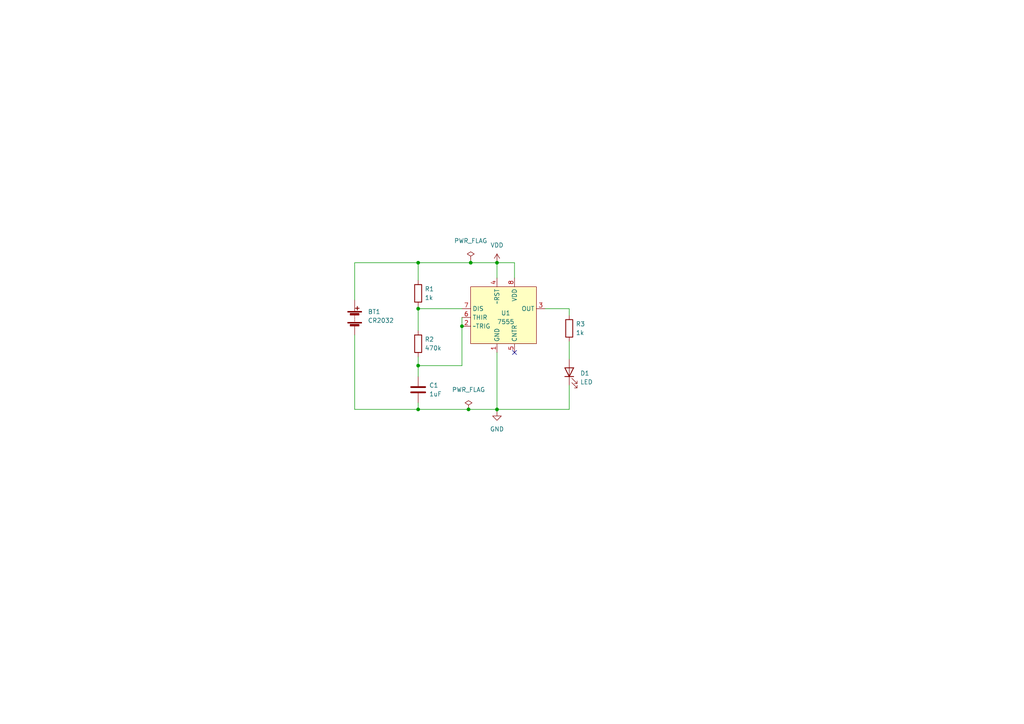
<source format=kicad_sch>
(kicad_sch (version 20211123) (generator eeschema)

  (uuid 39630857-ac61-450d-9032-594385091485)

  (paper "A4")

  (title_block
    (title "Proj 6: SMD 555 Timer")
    (date "2022-10-05")
    (rev "V1")
    (company "TU ECE 4110 ")
    (comment 1 "Rob L Bara")
  )

  (lib_symbols
    (symbol "555TimerSMD:7555" (in_bom yes) (on_board yes)
      (property "Reference" "U" (id 0) (at 0 0 0)
        (effects (font (size 1.27 1.27)))
      )
      (property "Value" "7555" (id 1) (at 0 2.54 0)
        (effects (font (size 1.27 1.27)))
      )
      (property "Footprint" "" (id 2) (at 0 0 0)
        (effects (font (size 1.27 1.27)) hide)
      )
      (property "Datasheet" "" (id 3) (at 0 0 0)
        (effects (font (size 1.27 1.27)) hide)
      )
      (symbol "7555_0_1"
        (rectangle (start -8.89 10.16) (end 10.16 -6.35)
          (stroke (width 0) (type default) (color 0 0 0 0))
          (fill (type background))
        )
      )
      (symbol "7555_1_1"
        (pin power_in line (at -1.27 -8.89 90) (length 2.54)
          (name "GND" (effects (font (size 1.27 1.27))))
          (number "1" (effects (font (size 1.27 1.27))))
        )
        (pin input line (at -11.43 -1.27 0) (length 2.54)
          (name "~TRIG" (effects (font (size 1.27 1.27))))
          (number "2" (effects (font (size 1.27 1.27))))
        )
        (pin output line (at 12.7 3.81 180) (length 2.54)
          (name "OUT" (effects (font (size 1.27 1.27))))
          (number "3" (effects (font (size 1.27 1.27))))
        )
        (pin input line (at -1.27 12.7 270) (length 2.54)
          (name "~RST" (effects (font (size 1.27 1.27))))
          (number "4" (effects (font (size 1.27 1.27))))
        )
        (pin input line (at 3.81 -8.89 90) (length 2.54)
          (name "CNTR" (effects (font (size 1.27 1.27))))
          (number "5" (effects (font (size 1.27 1.27))))
        )
        (pin input line (at -11.43 1.27 0) (length 2.54)
          (name "THIR" (effects (font (size 1.27 1.27))))
          (number "6" (effects (font (size 1.27 1.27))))
        )
        (pin input line (at -11.43 3.81 0) (length 2.54)
          (name "DIS" (effects (font (size 1.27 1.27))))
          (number "7" (effects (font (size 1.27 1.27))))
        )
        (pin power_in line (at 3.81 12.7 270) (length 2.54)
          (name "VDD" (effects (font (size 1.27 1.27))))
          (number "8" (effects (font (size 1.27 1.27))))
        )
      )
    )
    (symbol "Device:Battery" (pin_numbers hide) (pin_names (offset 0) hide) (in_bom yes) (on_board yes)
      (property "Reference" "BT" (id 0) (at 2.54 2.54 0)
        (effects (font (size 1.27 1.27)) (justify left))
      )
      (property "Value" "Battery" (id 1) (at 2.54 0 0)
        (effects (font (size 1.27 1.27)) (justify left))
      )
      (property "Footprint" "" (id 2) (at 0 1.524 90)
        (effects (font (size 1.27 1.27)) hide)
      )
      (property "Datasheet" "~" (id 3) (at 0 1.524 90)
        (effects (font (size 1.27 1.27)) hide)
      )
      (property "ki_keywords" "batt voltage-source cell" (id 4) (at 0 0 0)
        (effects (font (size 1.27 1.27)) hide)
      )
      (property "ki_description" "Multiple-cell battery" (id 5) (at 0 0 0)
        (effects (font (size 1.27 1.27)) hide)
      )
      (symbol "Battery_0_1"
        (rectangle (start -2.032 -1.397) (end 2.032 -1.651)
          (stroke (width 0) (type default) (color 0 0 0 0))
          (fill (type outline))
        )
        (rectangle (start -2.032 1.778) (end 2.032 1.524)
          (stroke (width 0) (type default) (color 0 0 0 0))
          (fill (type outline))
        )
        (rectangle (start -1.3208 -1.9812) (end 1.27 -2.4892)
          (stroke (width 0) (type default) (color 0 0 0 0))
          (fill (type outline))
        )
        (rectangle (start -1.3208 1.1938) (end 1.27 0.6858)
          (stroke (width 0) (type default) (color 0 0 0 0))
          (fill (type outline))
        )
        (polyline
          (pts
            (xy 0 -1.524)
            (xy 0 -1.27)
          )
          (stroke (width 0) (type default) (color 0 0 0 0))
          (fill (type none))
        )
        (polyline
          (pts
            (xy 0 -1.016)
            (xy 0 -0.762)
          )
          (stroke (width 0) (type default) (color 0 0 0 0))
          (fill (type none))
        )
        (polyline
          (pts
            (xy 0 -0.508)
            (xy 0 -0.254)
          )
          (stroke (width 0) (type default) (color 0 0 0 0))
          (fill (type none))
        )
        (polyline
          (pts
            (xy 0 0)
            (xy 0 0.254)
          )
          (stroke (width 0) (type default) (color 0 0 0 0))
          (fill (type none))
        )
        (polyline
          (pts
            (xy 0 0.508)
            (xy 0 0.762)
          )
          (stroke (width 0) (type default) (color 0 0 0 0))
          (fill (type none))
        )
        (polyline
          (pts
            (xy 0 1.778)
            (xy 0 2.54)
          )
          (stroke (width 0) (type default) (color 0 0 0 0))
          (fill (type none))
        )
        (polyline
          (pts
            (xy 0.254 2.667)
            (xy 1.27 2.667)
          )
          (stroke (width 0.254) (type default) (color 0 0 0 0))
          (fill (type none))
        )
        (polyline
          (pts
            (xy 0.762 3.175)
            (xy 0.762 2.159)
          )
          (stroke (width 0.254) (type default) (color 0 0 0 0))
          (fill (type none))
        )
      )
      (symbol "Battery_1_1"
        (pin passive line (at 0 5.08 270) (length 2.54)
          (name "+" (effects (font (size 1.27 1.27))))
          (number "1" (effects (font (size 1.27 1.27))))
        )
        (pin passive line (at 0 -5.08 90) (length 2.54)
          (name "-" (effects (font (size 1.27 1.27))))
          (number "2" (effects (font (size 1.27 1.27))))
        )
      )
    )
    (symbol "Device:C" (pin_numbers hide) (pin_names (offset 0.254)) (in_bom yes) (on_board yes)
      (property "Reference" "C" (id 0) (at 0.635 2.54 0)
        (effects (font (size 1.27 1.27)) (justify left))
      )
      (property "Value" "C" (id 1) (at 0.635 -2.54 0)
        (effects (font (size 1.27 1.27)) (justify left))
      )
      (property "Footprint" "" (id 2) (at 0.9652 -3.81 0)
        (effects (font (size 1.27 1.27)) hide)
      )
      (property "Datasheet" "~" (id 3) (at 0 0 0)
        (effects (font (size 1.27 1.27)) hide)
      )
      (property "ki_keywords" "cap capacitor" (id 4) (at 0 0 0)
        (effects (font (size 1.27 1.27)) hide)
      )
      (property "ki_description" "Unpolarized capacitor" (id 5) (at 0 0 0)
        (effects (font (size 1.27 1.27)) hide)
      )
      (property "ki_fp_filters" "C_*" (id 6) (at 0 0 0)
        (effects (font (size 1.27 1.27)) hide)
      )
      (symbol "C_0_1"
        (polyline
          (pts
            (xy -2.032 -0.762)
            (xy 2.032 -0.762)
          )
          (stroke (width 0.508) (type default) (color 0 0 0 0))
          (fill (type none))
        )
        (polyline
          (pts
            (xy -2.032 0.762)
            (xy 2.032 0.762)
          )
          (stroke (width 0.508) (type default) (color 0 0 0 0))
          (fill (type none))
        )
      )
      (symbol "C_1_1"
        (pin passive line (at 0 3.81 270) (length 2.794)
          (name "~" (effects (font (size 1.27 1.27))))
          (number "1" (effects (font (size 1.27 1.27))))
        )
        (pin passive line (at 0 -3.81 90) (length 2.794)
          (name "~" (effects (font (size 1.27 1.27))))
          (number "2" (effects (font (size 1.27 1.27))))
        )
      )
    )
    (symbol "Device:LED" (pin_numbers hide) (pin_names (offset 1.016) hide) (in_bom yes) (on_board yes)
      (property "Reference" "D" (id 0) (at 0 2.54 0)
        (effects (font (size 1.27 1.27)))
      )
      (property "Value" "LED" (id 1) (at 0 -2.54 0)
        (effects (font (size 1.27 1.27)))
      )
      (property "Footprint" "" (id 2) (at 0 0 0)
        (effects (font (size 1.27 1.27)) hide)
      )
      (property "Datasheet" "~" (id 3) (at 0 0 0)
        (effects (font (size 1.27 1.27)) hide)
      )
      (property "ki_keywords" "LED diode" (id 4) (at 0 0 0)
        (effects (font (size 1.27 1.27)) hide)
      )
      (property "ki_description" "Light emitting diode" (id 5) (at 0 0 0)
        (effects (font (size 1.27 1.27)) hide)
      )
      (property "ki_fp_filters" "LED* LED_SMD:* LED_THT:*" (id 6) (at 0 0 0)
        (effects (font (size 1.27 1.27)) hide)
      )
      (symbol "LED_0_1"
        (polyline
          (pts
            (xy -1.27 -1.27)
            (xy -1.27 1.27)
          )
          (stroke (width 0.254) (type default) (color 0 0 0 0))
          (fill (type none))
        )
        (polyline
          (pts
            (xy -1.27 0)
            (xy 1.27 0)
          )
          (stroke (width 0) (type default) (color 0 0 0 0))
          (fill (type none))
        )
        (polyline
          (pts
            (xy 1.27 -1.27)
            (xy 1.27 1.27)
            (xy -1.27 0)
            (xy 1.27 -1.27)
          )
          (stroke (width 0.254) (type default) (color 0 0 0 0))
          (fill (type none))
        )
        (polyline
          (pts
            (xy -3.048 -0.762)
            (xy -4.572 -2.286)
            (xy -3.81 -2.286)
            (xy -4.572 -2.286)
            (xy -4.572 -1.524)
          )
          (stroke (width 0) (type default) (color 0 0 0 0))
          (fill (type none))
        )
        (polyline
          (pts
            (xy -1.778 -0.762)
            (xy -3.302 -2.286)
            (xy -2.54 -2.286)
            (xy -3.302 -2.286)
            (xy -3.302 -1.524)
          )
          (stroke (width 0) (type default) (color 0 0 0 0))
          (fill (type none))
        )
      )
      (symbol "LED_1_1"
        (pin passive line (at -3.81 0 0) (length 2.54)
          (name "K" (effects (font (size 1.27 1.27))))
          (number "1" (effects (font (size 1.27 1.27))))
        )
        (pin passive line (at 3.81 0 180) (length 2.54)
          (name "A" (effects (font (size 1.27 1.27))))
          (number "2" (effects (font (size 1.27 1.27))))
        )
      )
    )
    (symbol "Device:R" (pin_numbers hide) (pin_names (offset 0)) (in_bom yes) (on_board yes)
      (property "Reference" "R" (id 0) (at 2.032 0 90)
        (effects (font (size 1.27 1.27)))
      )
      (property "Value" "R" (id 1) (at 0 0 90)
        (effects (font (size 1.27 1.27)))
      )
      (property "Footprint" "" (id 2) (at -1.778 0 90)
        (effects (font (size 1.27 1.27)) hide)
      )
      (property "Datasheet" "~" (id 3) (at 0 0 0)
        (effects (font (size 1.27 1.27)) hide)
      )
      (property "ki_keywords" "R res resistor" (id 4) (at 0 0 0)
        (effects (font (size 1.27 1.27)) hide)
      )
      (property "ki_description" "Resistor" (id 5) (at 0 0 0)
        (effects (font (size 1.27 1.27)) hide)
      )
      (property "ki_fp_filters" "R_*" (id 6) (at 0 0 0)
        (effects (font (size 1.27 1.27)) hide)
      )
      (symbol "R_0_1"
        (rectangle (start -1.016 -2.54) (end 1.016 2.54)
          (stroke (width 0.254) (type default) (color 0 0 0 0))
          (fill (type none))
        )
      )
      (symbol "R_1_1"
        (pin passive line (at 0 3.81 270) (length 1.27)
          (name "~" (effects (font (size 1.27 1.27))))
          (number "1" (effects (font (size 1.27 1.27))))
        )
        (pin passive line (at 0 -3.81 90) (length 1.27)
          (name "~" (effects (font (size 1.27 1.27))))
          (number "2" (effects (font (size 1.27 1.27))))
        )
      )
    )
    (symbol "power:GND" (power) (pin_names (offset 0)) (in_bom yes) (on_board yes)
      (property "Reference" "#PWR" (id 0) (at 0 -6.35 0)
        (effects (font (size 1.27 1.27)) hide)
      )
      (property "Value" "GND" (id 1) (at 0 -3.81 0)
        (effects (font (size 1.27 1.27)))
      )
      (property "Footprint" "" (id 2) (at 0 0 0)
        (effects (font (size 1.27 1.27)) hide)
      )
      (property "Datasheet" "" (id 3) (at 0 0 0)
        (effects (font (size 1.27 1.27)) hide)
      )
      (property "ki_keywords" "power-flag" (id 4) (at 0 0 0)
        (effects (font (size 1.27 1.27)) hide)
      )
      (property "ki_description" "Power symbol creates a global label with name \"GND\" , ground" (id 5) (at 0 0 0)
        (effects (font (size 1.27 1.27)) hide)
      )
      (symbol "GND_0_1"
        (polyline
          (pts
            (xy 0 0)
            (xy 0 -1.27)
            (xy 1.27 -1.27)
            (xy 0 -2.54)
            (xy -1.27 -1.27)
            (xy 0 -1.27)
          )
          (stroke (width 0) (type default) (color 0 0 0 0))
          (fill (type none))
        )
      )
      (symbol "GND_1_1"
        (pin power_in line (at 0 0 270) (length 0) hide
          (name "GND" (effects (font (size 1.27 1.27))))
          (number "1" (effects (font (size 1.27 1.27))))
        )
      )
    )
    (symbol "power:PWR_FLAG" (power) (pin_numbers hide) (pin_names (offset 0) hide) (in_bom yes) (on_board yes)
      (property "Reference" "#FLG" (id 0) (at 0 1.905 0)
        (effects (font (size 1.27 1.27)) hide)
      )
      (property "Value" "PWR_FLAG" (id 1) (at 0 3.81 0)
        (effects (font (size 1.27 1.27)))
      )
      (property "Footprint" "" (id 2) (at 0 0 0)
        (effects (font (size 1.27 1.27)) hide)
      )
      (property "Datasheet" "~" (id 3) (at 0 0 0)
        (effects (font (size 1.27 1.27)) hide)
      )
      (property "ki_keywords" "power-flag" (id 4) (at 0 0 0)
        (effects (font (size 1.27 1.27)) hide)
      )
      (property "ki_description" "Special symbol for telling ERC where power comes from" (id 5) (at 0 0 0)
        (effects (font (size 1.27 1.27)) hide)
      )
      (symbol "PWR_FLAG_0_0"
        (pin power_out line (at 0 0 90) (length 0)
          (name "pwr" (effects (font (size 1.27 1.27))))
          (number "1" (effects (font (size 1.27 1.27))))
        )
      )
      (symbol "PWR_FLAG_0_1"
        (polyline
          (pts
            (xy 0 0)
            (xy 0 1.27)
            (xy -1.016 1.905)
            (xy 0 2.54)
            (xy 1.016 1.905)
            (xy 0 1.27)
          )
          (stroke (width 0) (type default) (color 0 0 0 0))
          (fill (type none))
        )
      )
    )
    (symbol "power:VDD" (power) (pin_names (offset 0)) (in_bom yes) (on_board yes)
      (property "Reference" "#PWR" (id 0) (at 0 -3.81 0)
        (effects (font (size 1.27 1.27)) hide)
      )
      (property "Value" "VDD" (id 1) (at 0 3.81 0)
        (effects (font (size 1.27 1.27)))
      )
      (property "Footprint" "" (id 2) (at 0 0 0)
        (effects (font (size 1.27 1.27)) hide)
      )
      (property "Datasheet" "" (id 3) (at 0 0 0)
        (effects (font (size 1.27 1.27)) hide)
      )
      (property "ki_keywords" "power-flag" (id 4) (at 0 0 0)
        (effects (font (size 1.27 1.27)) hide)
      )
      (property "ki_description" "Power symbol creates a global label with name \"VDD\"" (id 5) (at 0 0 0)
        (effects (font (size 1.27 1.27)) hide)
      )
      (symbol "VDD_0_1"
        (polyline
          (pts
            (xy -0.762 1.27)
            (xy 0 2.54)
          )
          (stroke (width 0) (type default) (color 0 0 0 0))
          (fill (type none))
        )
        (polyline
          (pts
            (xy 0 0)
            (xy 0 2.54)
          )
          (stroke (width 0) (type default) (color 0 0 0 0))
          (fill (type none))
        )
        (polyline
          (pts
            (xy 0 2.54)
            (xy 0.762 1.27)
          )
          (stroke (width 0) (type default) (color 0 0 0 0))
          (fill (type none))
        )
      )
      (symbol "VDD_1_1"
        (pin power_in line (at 0 0 90) (length 0) hide
          (name "VDD" (effects (font (size 1.27 1.27))))
          (number "1" (effects (font (size 1.27 1.27))))
        )
      )
    )
  )

  (junction (at 121.285 89.535) (diameter 0) (color 0 0 0 0)
    (uuid 02d97982-d9da-4451-901f-23a9d5297b2b)
  )
  (junction (at 121.285 76.2) (diameter 0) (color 0 0 0 0)
    (uuid 23881977-a8a7-474a-9b7e-5f0b6f261013)
  )
  (junction (at 133.985 94.615) (diameter 0) (color 0 0 0 0)
    (uuid 2e591258-528e-4f0f-9f13-710bb30632ed)
  )
  (junction (at 144.145 118.745) (diameter 0) (color 0 0 0 0)
    (uuid 37ab9150-834b-4231-9f47-bb37ff1b3cd6)
  )
  (junction (at 121.285 118.745) (diameter 0) (color 0 0 0 0)
    (uuid 4910d3a6-254b-4147-a13a-e8731c41100c)
  )
  (junction (at 135.89 118.745) (diameter 0) (color 0 0 0 0)
    (uuid 6c5f37b6-9c00-4d8e-89e3-5dfdcb1e0301)
  )
  (junction (at 136.525 76.2) (diameter 0) (color 0 0 0 0)
    (uuid b23cfb7b-bb3c-4167-b314-00c335b4f17f)
  )
  (junction (at 121.285 106.045) (diameter 0) (color 0 0 0 0)
    (uuid c224a4c0-b1cf-40b2-a2e3-446993c1b12d)
  )
  (junction (at 144.145 76.2) (diameter 0) (color 0 0 0 0)
    (uuid f71c1ea1-fced-4336-a114-194f0a87db77)
  )

  (no_connect (at 149.225 102.235) (uuid 88b2678f-c5e4-44fd-8293-2edb6c011541))

  (wire (pts (xy 165.1 91.44) (xy 165.1 89.535))
    (stroke (width 0) (type default) (color 0 0 0 0))
    (uuid 0e06d2ab-1fde-4302-8f4f-b9bb845c66e5)
  )
  (wire (pts (xy 144.145 118.745) (xy 165.1 118.745))
    (stroke (width 0) (type default) (color 0 0 0 0))
    (uuid 1229451c-9aca-4cd3-9274-4526ee52fc08)
  )
  (wire (pts (xy 165.1 99.06) (xy 165.1 104.14))
    (stroke (width 0) (type default) (color 0 0 0 0))
    (uuid 1a2661d8-ad59-4c1e-9616-53ebf488d969)
  )
  (wire (pts (xy 102.87 118.745) (xy 102.87 97.155))
    (stroke (width 0) (type default) (color 0 0 0 0))
    (uuid 1ad4cde8-e5e9-49da-9d38-fca8d641a3f9)
  )
  (wire (pts (xy 121.285 89.535) (xy 121.285 95.885))
    (stroke (width 0) (type default) (color 0 0 0 0))
    (uuid 1b4ac883-a67e-49af-88b8-ee448bbf03bb)
  )
  (wire (pts (xy 121.285 76.2) (xy 136.525 76.2))
    (stroke (width 0) (type default) (color 0 0 0 0))
    (uuid 2756dcab-aeda-439f-afe4-00312ffd2b65)
  )
  (wire (pts (xy 121.285 116.84) (xy 121.285 118.745))
    (stroke (width 0) (type default) (color 0 0 0 0))
    (uuid 396e5cbf-dad5-41f4-ad80-28c774ea418f)
  )
  (wire (pts (xy 136.525 76.2) (xy 144.145 76.2))
    (stroke (width 0) (type default) (color 0 0 0 0))
    (uuid 3d6b4214-f0cd-45a6-a296-e6f30b4bea23)
  )
  (wire (pts (xy 121.285 118.745) (xy 102.87 118.745))
    (stroke (width 0) (type default) (color 0 0 0 0))
    (uuid 477c7b43-9a4c-4d58-8b96-3158628d7ca2)
  )
  (wire (pts (xy 121.285 76.2) (xy 121.285 81.28))
    (stroke (width 0) (type default) (color 0 0 0 0))
    (uuid 4c4acdb5-e62c-406e-b345-084124565d66)
  )
  (wire (pts (xy 102.87 76.2) (xy 121.285 76.2))
    (stroke (width 0) (type default) (color 0 0 0 0))
    (uuid 54a5bb0a-cf96-4f57-ae85-6992e12bddfd)
  )
  (wire (pts (xy 121.285 118.745) (xy 135.89 118.745))
    (stroke (width 0) (type default) (color 0 0 0 0))
    (uuid 5b8460fb-821f-41d0-a058-998c94f5b2b0)
  )
  (wire (pts (xy 144.145 76.2) (xy 149.225 76.2))
    (stroke (width 0) (type default) (color 0 0 0 0))
    (uuid 5be133c7-cba6-4743-a67d-eb2d8ba917bf)
  )
  (wire (pts (xy 133.985 94.615) (xy 133.985 106.045))
    (stroke (width 0) (type default) (color 0 0 0 0))
    (uuid 63f6e491-610b-4bb0-b5cf-9009002021f4)
  )
  (wire (pts (xy 158.115 89.535) (xy 165.1 89.535))
    (stroke (width 0) (type default) (color 0 0 0 0))
    (uuid 65e2656a-523a-47cd-80c6-3b414ca93e0b)
  )
  (wire (pts (xy 121.285 103.505) (xy 121.285 106.045))
    (stroke (width 0) (type default) (color 0 0 0 0))
    (uuid 69501d79-89d2-4531-aee8-b205d53535c4)
  )
  (wire (pts (xy 165.1 118.745) (xy 165.1 111.76))
    (stroke (width 0) (type default) (color 0 0 0 0))
    (uuid 6e92d83c-f87c-46a7-ab63-a904f25a0490)
  )
  (wire (pts (xy 144.145 76.2) (xy 144.145 80.645))
    (stroke (width 0) (type default) (color 0 0 0 0))
    (uuid 7dee78cd-7bc2-4233-ad08-b5feac9d564f)
  )
  (wire (pts (xy 121.285 106.045) (xy 121.285 109.22))
    (stroke (width 0) (type default) (color 0 0 0 0))
    (uuid 7f0bd6eb-22f4-4c95-b6ac-2d352e2fb3b6)
  )
  (wire (pts (xy 135.89 118.745) (xy 144.145 118.745))
    (stroke (width 0) (type default) (color 0 0 0 0))
    (uuid 9a2ddbd8-73f6-4a82-a975-f5f7cf2c923b)
  )
  (wire (pts (xy 133.985 106.045) (xy 121.285 106.045))
    (stroke (width 0) (type default) (color 0 0 0 0))
    (uuid 9d5aef22-b094-4b9a-b852-d58b67799582)
  )
  (wire (pts (xy 121.285 89.535) (xy 121.285 88.9))
    (stroke (width 0) (type default) (color 0 0 0 0))
    (uuid a5f502b4-fcfd-4c12-bc33-7e7a4426b6b6)
  )
  (wire (pts (xy 133.985 92.075) (xy 133.985 94.615))
    (stroke (width 0) (type default) (color 0 0 0 0))
    (uuid b7ddc958-1962-49e4-85b3-0fcac619c504)
  )
  (wire (pts (xy 144.145 102.235) (xy 144.145 118.745))
    (stroke (width 0) (type default) (color 0 0 0 0))
    (uuid cb660b65-3231-4322-85de-7757ebc5cfe9)
  )
  (wire (pts (xy 144.145 118.745) (xy 144.145 119.38))
    (stroke (width 0) (type default) (color 0 0 0 0))
    (uuid cd1044d9-812c-4aa0-93d8-d0bf9841801c)
  )
  (wire (pts (xy 136.525 75.565) (xy 136.525 76.2))
    (stroke (width 0) (type default) (color 0 0 0 0))
    (uuid d7e8d2c3-c561-480a-a1d1-75a37d2ffd6c)
  )
  (wire (pts (xy 133.985 89.535) (xy 121.285 89.535))
    (stroke (width 0) (type default) (color 0 0 0 0))
    (uuid de909634-48b2-4fdd-b8ae-12144915661a)
  )
  (wire (pts (xy 102.87 86.995) (xy 102.87 76.2))
    (stroke (width 0) (type default) (color 0 0 0 0))
    (uuid dfe26406-0c69-4ade-89fa-e7c65dd2d9be)
  )
  (wire (pts (xy 149.225 76.2) (xy 149.225 80.645))
    (stroke (width 0) (type default) (color 0 0 0 0))
    (uuid fb1d7a9c-804c-4db8-84ac-332833616b65)
  )

  (symbol (lib_id "power:PWR_FLAG") (at 135.89 118.745 0) (unit 1)
    (in_bom yes) (on_board yes) (fields_autoplaced)
    (uuid 0d9e4e1a-6510-4863-9d75-6e3e74c928d8)
    (property "Reference" "#FLG0102" (id 0) (at 135.89 116.84 0)
      (effects (font (size 1.27 1.27)) hide)
    )
    (property "Value" "PWR_FLAG" (id 1) (at 135.89 113.03 0))
    (property "Footprint" "" (id 2) (at 135.89 118.745 0)
      (effects (font (size 1.27 1.27)) hide)
    )
    (property "Datasheet" "~" (id 3) (at 135.89 118.745 0)
      (effects (font (size 1.27 1.27)) hide)
    )
    (pin "1" (uuid 411686a8-3ec9-4857-8c78-19df28b83dbf))
  )

  (symbol (lib_id "Device:LED") (at 165.1 107.95 90) (unit 1)
    (in_bom yes) (on_board yes) (fields_autoplaced)
    (uuid 0eb0d7b2-3e6c-4562-83ef-3ecb54484ae2)
    (property "Reference" "D1" (id 0) (at 168.275 108.2674 90)
      (effects (font (size 1.27 1.27)) (justify right))
    )
    (property "Value" "LED" (id 1) (at 168.275 110.8074 90)
      (effects (font (size 1.27 1.27)) (justify right))
    )
    (property "Footprint" "LED_SMD:LED_0805_2012Metric_Pad1.15x1.40mm_HandSolder" (id 2) (at 165.1 107.95 0)
      (effects (font (size 1.27 1.27)) hide)
    )
    (property "Datasheet" "~" (id 3) (at 165.1 107.95 0)
      (effects (font (size 1.27 1.27)) hide)
    )
    (pin "1" (uuid 2f8a3761-eb55-4cbf-83da-f422f171eb42))
    (pin "2" (uuid 006854b2-7848-4230-af64-9948c111077a))
  )

  (symbol (lib_id "Device:Battery") (at 102.87 92.075 0) (unit 1)
    (in_bom yes) (on_board yes) (fields_autoplaced)
    (uuid 0f20ad81-c425-4633-b070-f0ce26f992b5)
    (property "Reference" "BT1" (id 0) (at 106.68 90.4239 0)
      (effects (font (size 1.27 1.27)) (justify left))
    )
    (property "Value" "CR2032" (id 1) (at 106.68 92.9639 0)
      (effects (font (size 1.27 1.27)) (justify left))
    )
    (property "Footprint" "Battery:BatteryHolder_MPD_BC2003_1x2032" (id 2) (at 102.87 90.551 90)
      (effects (font (size 1.27 1.27)) hide)
    )
    (property "Datasheet" "~" (id 3) (at 102.87 90.551 90)
      (effects (font (size 1.27 1.27)) hide)
    )
    (pin "1" (uuid 779238d9-6f0b-4dfa-a8a3-a0f87bdb6773))
    (pin "2" (uuid fda4e7c1-3a95-446d-817b-f576078aaf0c))
  )

  (symbol (lib_id "Device:C") (at 121.285 113.03 0) (unit 1)
    (in_bom yes) (on_board yes) (fields_autoplaced)
    (uuid 17e15374-a64b-4625-9945-fa8ead2e53a0)
    (property "Reference" "C1" (id 0) (at 124.46 111.7599 0)
      (effects (font (size 1.27 1.27)) (justify left))
    )
    (property "Value" "1uF" (id 1) (at 124.46 114.2999 0)
      (effects (font (size 1.27 1.27)) (justify left))
    )
    (property "Footprint" "Capacitor_SMD:C_0805_2012Metric_Pad1.18x1.45mm_HandSolder" (id 2) (at 122.2502 116.84 0)
      (effects (font (size 1.27 1.27)) hide)
    )
    (property "Datasheet" "~" (id 3) (at 121.285 113.03 0)
      (effects (font (size 1.27 1.27)) hide)
    )
    (pin "1" (uuid 6378c367-2e2c-45a7-9be3-ab2d8d9e1f93))
    (pin "2" (uuid e03b9adb-4970-42af-a8e6-ea77c536c1f2))
  )

  (symbol (lib_id "Device:R") (at 121.285 85.09 0) (unit 1)
    (in_bom yes) (on_board yes) (fields_autoplaced)
    (uuid 2e64583b-cf6f-4608-9f50-94b6dbba7b8e)
    (property "Reference" "R1" (id 0) (at 123.19 83.8199 0)
      (effects (font (size 1.27 1.27)) (justify left))
    )
    (property "Value" "1k" (id 1) (at 123.19 86.3599 0)
      (effects (font (size 1.27 1.27)) (justify left))
    )
    (property "Footprint" "Resistor_SMD:R_0805_2012Metric_Pad1.20x1.40mm_HandSolder" (id 2) (at 119.507 85.09 90)
      (effects (font (size 1.27 1.27)) hide)
    )
    (property "Datasheet" "~" (id 3) (at 121.285 85.09 0)
      (effects (font (size 1.27 1.27)) hide)
    )
    (pin "1" (uuid e7c3de8c-5a6c-488e-9c9c-20081821e72b))
    (pin "2" (uuid 40a34036-2359-40af-86f0-57e019086589))
  )

  (symbol (lib_id "Device:R") (at 121.285 99.695 0) (unit 1)
    (in_bom yes) (on_board yes) (fields_autoplaced)
    (uuid 5a45a567-9053-45cd-83e4-fcdabe9ce28c)
    (property "Reference" "R2" (id 0) (at 123.19 98.4249 0)
      (effects (font (size 1.27 1.27)) (justify left))
    )
    (property "Value" "470k" (id 1) (at 123.19 100.9649 0)
      (effects (font (size 1.27 1.27)) (justify left))
    )
    (property "Footprint" "Resistor_SMD:R_0805_2012Metric_Pad1.20x1.40mm_HandSolder" (id 2) (at 119.507 99.695 90)
      (effects (font (size 1.27 1.27)) hide)
    )
    (property "Datasheet" "~" (id 3) (at 121.285 99.695 0)
      (effects (font (size 1.27 1.27)) hide)
    )
    (pin "1" (uuid bed0a2f9-add2-4423-afb7-287b71897b59))
    (pin "2" (uuid 57155d54-e666-4ac1-95b8-3e62455df374))
  )

  (symbol (lib_id "power:GND") (at 144.145 119.38 0) (unit 1)
    (in_bom yes) (on_board yes) (fields_autoplaced)
    (uuid 84b7dfb9-a866-4fab-9d98-5d20a83765e5)
    (property "Reference" "#PWR0102" (id 0) (at 144.145 125.73 0)
      (effects (font (size 1.27 1.27)) hide)
    )
    (property "Value" "GND" (id 1) (at 144.145 124.46 0))
    (property "Footprint" "" (id 2) (at 144.145 119.38 0)
      (effects (font (size 1.27 1.27)) hide)
    )
    (property "Datasheet" "" (id 3) (at 144.145 119.38 0)
      (effects (font (size 1.27 1.27)) hide)
    )
    (pin "1" (uuid b7938716-6ee9-450e-b81c-55d47695cd0a))
  )

  (symbol (lib_id "555TimerSMD:7555") (at 145.415 93.345 0) (unit 1)
    (in_bom yes) (on_board yes)
    (uuid 99aa2214-61c5-40c8-b36b-0e2894794051)
    (property "Reference" "U1" (id 0) (at 146.685 90.805 0))
    (property "Value" "7555" (id 1) (at 146.685 93.345 0))
    (property "Footprint" "Package_SO:SO-8_3.9x4.9mm_P1.27mm" (id 2) (at 145.415 93.345 0)
      (effects (font (size 1.27 1.27)) hide)
    )
    (property "Datasheet" "" (id 3) (at 145.415 93.345 0)
      (effects (font (size 1.27 1.27)) hide)
    )
    (pin "1" (uuid 486d4fa5-611c-41e9-b191-d323e8486f4e))
    (pin "2" (uuid c5d6a108-f1d1-4e25-ba9a-288f8c39ef4c))
    (pin "3" (uuid 080a36cf-bd0e-4b5c-abbf-976fb1290b13))
    (pin "4" (uuid d31205bb-ab8b-4a9b-9357-7eee0539b1f7))
    (pin "5" (uuid e7830743-3bc6-4cc4-943c-6175a44ced97))
    (pin "6" (uuid c226ce08-c13a-47b1-a7db-86b0feeb7ae1))
    (pin "7" (uuid bacc1224-9d46-44fb-a952-2644a4903217))
    (pin "8" (uuid 6bdc05a2-cb1d-4acf-a821-631c7f8d9db2))
  )

  (symbol (lib_id "Device:R") (at 165.1 95.25 0) (unit 1)
    (in_bom yes) (on_board yes) (fields_autoplaced)
    (uuid d84f73d5-f5b7-4846-99f6-6fe55aa31133)
    (property "Reference" "R3" (id 0) (at 167.005 93.9799 0)
      (effects (font (size 1.27 1.27)) (justify left))
    )
    (property "Value" "1k" (id 1) (at 167.005 96.5199 0)
      (effects (font (size 1.27 1.27)) (justify left))
    )
    (property "Footprint" "Resistor_SMD:R_0805_2012Metric_Pad1.20x1.40mm_HandSolder" (id 2) (at 163.322 95.25 90)
      (effects (font (size 1.27 1.27)) hide)
    )
    (property "Datasheet" "~" (id 3) (at 165.1 95.25 0)
      (effects (font (size 1.27 1.27)) hide)
    )
    (pin "1" (uuid bf386f77-2de2-4483-8172-9d4394c71ad3))
    (pin "2" (uuid cce4d35b-3b7d-4f56-af14-471032c3f9b1))
  )

  (symbol (lib_id "power:PWR_FLAG") (at 136.525 75.565 0) (unit 1)
    (in_bom yes) (on_board yes) (fields_autoplaced)
    (uuid da96d961-7c3a-4810-9396-38bd826a9e01)
    (property "Reference" "#FLG0101" (id 0) (at 136.525 73.66 0)
      (effects (font (size 1.27 1.27)) hide)
    )
    (property "Value" "PWR_FLAG" (id 1) (at 136.525 69.85 0))
    (property "Footprint" "" (id 2) (at 136.525 75.565 0)
      (effects (font (size 1.27 1.27)) hide)
    )
    (property "Datasheet" "~" (id 3) (at 136.525 75.565 0)
      (effects (font (size 1.27 1.27)) hide)
    )
    (pin "1" (uuid 1474e4ba-37f8-4385-bcdd-d7df056f26c5))
  )

  (symbol (lib_id "power:VDD") (at 144.145 76.2 0) (unit 1)
    (in_bom yes) (on_board yes) (fields_autoplaced)
    (uuid f3fbf854-3163-4a65-a548-0ae0afda56d2)
    (property "Reference" "#PWR0101" (id 0) (at 144.145 80.01 0)
      (effects (font (size 1.27 1.27)) hide)
    )
    (property "Value" "VDD" (id 1) (at 144.145 71.12 0))
    (property "Footprint" "" (id 2) (at 144.145 76.2 0)
      (effects (font (size 1.27 1.27)) hide)
    )
    (property "Datasheet" "" (id 3) (at 144.145 76.2 0)
      (effects (font (size 1.27 1.27)) hide)
    )
    (pin "1" (uuid 51d1b7f8-135c-4788-a5c8-c693812d3fc1))
  )

  (sheet_instances
    (path "/" (page "1"))
  )

  (symbol_instances
    (path "/da96d961-7c3a-4810-9396-38bd826a9e01"
      (reference "#FLG0101") (unit 1) (value "PWR_FLAG") (footprint "")
    )
    (path "/0d9e4e1a-6510-4863-9d75-6e3e74c928d8"
      (reference "#FLG0102") (unit 1) (value "PWR_FLAG") (footprint "")
    )
    (path "/f3fbf854-3163-4a65-a548-0ae0afda56d2"
      (reference "#PWR0101") (unit 1) (value "VDD") (footprint "")
    )
    (path "/84b7dfb9-a866-4fab-9d98-5d20a83765e5"
      (reference "#PWR0102") (unit 1) (value "GND") (footprint "")
    )
    (path "/0f20ad81-c425-4633-b070-f0ce26f992b5"
      (reference "BT1") (unit 1) (value "CR2032") (footprint "Battery:BatteryHolder_MPD_BC2003_1x2032")
    )
    (path "/17e15374-a64b-4625-9945-fa8ead2e53a0"
      (reference "C1") (unit 1) (value "1uF") (footprint "Capacitor_SMD:C_0805_2012Metric_Pad1.18x1.45mm_HandSolder")
    )
    (path "/0eb0d7b2-3e6c-4562-83ef-3ecb54484ae2"
      (reference "D1") (unit 1) (value "LED") (footprint "LED_SMD:LED_0805_2012Metric_Pad1.15x1.40mm_HandSolder")
    )
    (path "/2e64583b-cf6f-4608-9f50-94b6dbba7b8e"
      (reference "R1") (unit 1) (value "1k") (footprint "Resistor_SMD:R_0805_2012Metric_Pad1.20x1.40mm_HandSolder")
    )
    (path "/5a45a567-9053-45cd-83e4-fcdabe9ce28c"
      (reference "R2") (unit 1) (value "470k") (footprint "Resistor_SMD:R_0805_2012Metric_Pad1.20x1.40mm_HandSolder")
    )
    (path "/d84f73d5-f5b7-4846-99f6-6fe55aa31133"
      (reference "R3") (unit 1) (value "1k") (footprint "Resistor_SMD:R_0805_2012Metric_Pad1.20x1.40mm_HandSolder")
    )
    (path "/99aa2214-61c5-40c8-b36b-0e2894794051"
      (reference "U1") (unit 1) (value "7555") (footprint "Package_SO:SO-8_3.9x4.9mm_P1.27mm")
    )
  )
)

</source>
